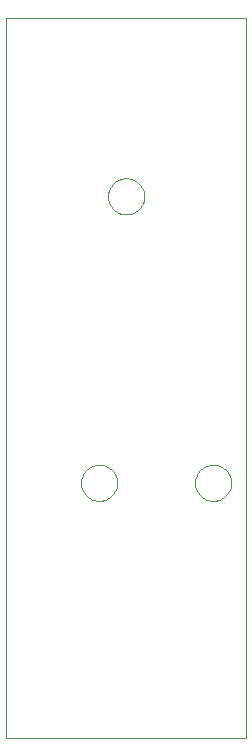
<source format=gko>
%FSDAX24Y24*%
%MOIN*%
%SFA1B1*%

%IPPOS*%
%ADD28C,0.001000*%
%LNpeggy-optical-board-1*%
%LPD*%
G54D28*
X017502Y018500D02*
D01*
X017500Y018541*
X017496Y018583*
X017488Y018625*
X017478Y018665*
X017465Y018705*
X017449Y018744*
X017431Y018782*
X017410Y018819*
X017387Y018853*
X017361Y018886*
X017333Y018918*
X017302Y018947*
X017270Y018974*
X017236Y018999*
X017201Y019021*
X017163Y019041*
X017125Y019058*
X017086Y019072*
X017045Y019084*
X017004Y019092*
X016962Y019098*
X016921Y019101*
X016878*
X016837Y019098*
X016795Y019092*
X016754Y019084*
X016713Y019072*
X016674Y019058*
X016636Y019041*
X016599Y019021*
X016563Y018999*
X016529Y018974*
X016497Y018947*
X016466Y018918*
X016438Y018886*
X016412Y018853*
X016389Y018819*
X016368Y018782*
X016350Y018744*
X016334Y018705*
X016321Y018665*
X016311Y018625*
X016303Y018583*
X016299Y018541*
X016298Y018500*
X016299Y018458*
X016303Y018416*
X016311Y018374*
X016321Y018334*
X016334Y018294*
X016350Y018255*
X016368Y018217*
X016389Y018180*
X016412Y018146*
X016438Y018113*
X016466Y018081*
X016497Y018052*
X016529Y018025*
X016563Y018000*
X016599Y017978*
X016636Y017958*
X016674Y017941*
X016713Y017927*
X016754Y017915*
X016795Y017907*
X016837Y017901*
X016878Y017898*
X016921*
X016962Y017901*
X017004Y017907*
X017045Y017915*
X017086Y017927*
X017125Y017941*
X017163Y017958*
X017201Y017978*
X017236Y018000*
X017270Y018025*
X017302Y018052*
X017333Y018081*
X017361Y018113*
X017387Y018146*
X017410Y018180*
X017431Y018217*
X017449Y018255*
X017465Y018294*
X017478Y018334*
X017488Y018374*
X017496Y018416*
X017500Y018458*
X017502Y018500*
X014602Y028050D02*
D01*
X014600Y028091*
X014596Y028133*
X014588Y028175*
X014578Y028215*
X014565Y028255*
X014549Y028294*
X014531Y028332*
X014510Y028369*
X014487Y028403*
X014461Y028436*
X014433Y028468*
X014402Y028497*
X014370Y028524*
X014336Y028549*
X014301Y028571*
X014263Y028591*
X014225Y028608*
X014186Y028622*
X014145Y028634*
X014104Y028642*
X014062Y028648*
X014021Y028651*
X013978*
X013937Y028648*
X013895Y028642*
X013854Y028634*
X013813Y028622*
X013774Y028608*
X013736Y028591*
X013699Y028571*
X013663Y028549*
X013629Y028524*
X013597Y028497*
X013566Y028468*
X013538Y028436*
X013512Y028403*
X013489Y028369*
X013468Y028332*
X013450Y028294*
X013434Y028255*
X013421Y028215*
X013411Y028175*
X013403Y028133*
X013399Y028091*
X013398Y028050*
X013399Y028008*
X013403Y027966*
X013411Y027924*
X013421Y027884*
X013434Y027844*
X013450Y027805*
X013468Y027767*
X013489Y027730*
X013512Y027696*
X013538Y027663*
X013566Y027631*
X013597Y027602*
X013629Y027575*
X013663Y027550*
X013699Y027528*
X013736Y027508*
X013774Y027491*
X013813Y027477*
X013854Y027465*
X013895Y027457*
X013937Y027451*
X013978Y027448*
X014021*
X014062Y027451*
X014104Y027457*
X014145Y027465*
X014186Y027477*
X014225Y027491*
X014263Y027508*
X014301Y027528*
X014336Y027550*
X014370Y027575*
X014402Y027602*
X014433Y027631*
X014461Y027663*
X014487Y027696*
X014510Y027730*
X014531Y027767*
X014549Y027805*
X014565Y027844*
X014578Y027884*
X014588Y027924*
X014596Y027966*
X014600Y028008*
X014602Y028050*
X013702Y018500D02*
D01*
X013700Y018541*
X013696Y018583*
X013688Y018625*
X013678Y018665*
X013665Y018705*
X013649Y018744*
X013631Y018782*
X013610Y018819*
X013587Y018853*
X013561Y018886*
X013533Y018918*
X013502Y018947*
X013470Y018974*
X013436Y018999*
X013401Y019021*
X013363Y019041*
X013325Y019058*
X013286Y019072*
X013245Y019084*
X013204Y019092*
X013162Y019098*
X013121Y019101*
X013078*
X013037Y019098*
X012995Y019092*
X012954Y019084*
X012913Y019072*
X012874Y019058*
X012836Y019041*
X012799Y019021*
X012763Y018999*
X012729Y018974*
X012697Y018947*
X012666Y018918*
X012638Y018886*
X012612Y018853*
X012589Y018819*
X012568Y018782*
X012550Y018744*
X012534Y018705*
X012521Y018665*
X012511Y018625*
X012503Y018583*
X012499Y018541*
X012498Y018500*
X012499Y018458*
X012503Y018416*
X012511Y018374*
X012521Y018334*
X012534Y018294*
X012550Y018255*
X012568Y018217*
X012589Y018180*
X012612Y018146*
X012638Y018113*
X012666Y018081*
X012697Y018052*
X012729Y018025*
X012763Y018000*
X012799Y017978*
X012836Y017958*
X012874Y017941*
X012913Y017927*
X012954Y017915*
X012995Y017907*
X013037Y017901*
X013078Y017898*
X013121*
X013162Y017901*
X013204Y017907*
X013245Y017915*
X013286Y017927*
X013325Y017941*
X013363Y017958*
X013401Y017978*
X013436Y018000*
X013470Y018025*
X013502Y018052*
X013533Y018081*
X013561Y018113*
X013587Y018146*
X013610Y018180*
X013631Y018217*
X013649Y018255*
X013665Y018294*
X013678Y018334*
X013688Y018374*
X013696Y018416*
X013700Y018458*
X013702Y018500*
X010000Y010000D02*
X018000D01*
Y034000*
X010000D02*
X018000D01*
X010000Y010000D02*
Y034000D01*
M02*
</source>
